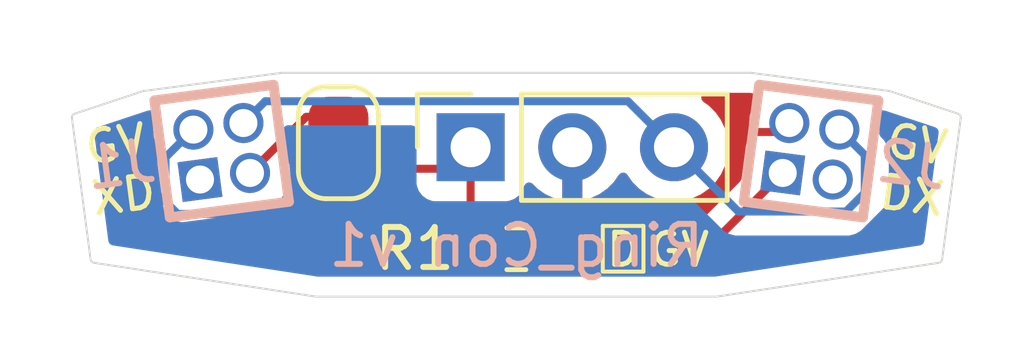
<source format=kicad_pcb>
(kicad_pcb (version 20240108) (generator "pcbnew") (generator_version "8.0")
  (layers (0 "F.Cu" signal) (31 "B.Cu" signal) (34 "B.Paste" user) (35 "F.Paste" user) (36 "B.SilkS" user "B.Silkscreen") (37 "F.SilkS" user "F.Silkscreen") (38 "B.Mask" user) (39 "F.Mask" user) (44 "Edge.Cuts" user))
  (net 0 "")
  (net 1 "/VDD")
  (net 2 "/GND")
  (net 4 "/DIN")
  (net 6 "/DOUT")
  (net 7 "/DATA")
  (footprint "Jumper:SolderJumper-2_P1.3mm_Bridged_RoundedPad1.0x1.5mm" (layer "F.Cu") (at 145.555 43.881 -90)
    (property "Reference" "JP1" (hide yes))
    (property "Value" "D")
    (fp_poly (pts (xy 0.25 -0.3) (xy -0.25 -0.3) (xy -0.25 0.3) (xy 0.25 0.3)) (fill solid) (layer "F.Cu"))
    (fp_line (start 0.7 1) (end -0.7 1) (stroke (width 0.12)) (layer "F.SilkS"))
    (fp_line (start -1.4 0.3) (end -1.4 -0.3) (stroke (width 0.12)) (layer "F.SilkS"))
    (fp_line (start 1.4 -0.3) (end 1.4 0.3) (stroke (width 0.12)) (layer "F.SilkS"))
    (fp_line (start -0.7 -1) (end 0.7 -1) (stroke (width 0.12)) (layer "F.SilkS"))
    (fp_arc (start -0.7 1) (mid -1.194975 0.794975) (end -1.4 0.3) (stroke (width 0.12)) (layer "F.SilkS"))
    (fp_arc (start 1.4 0.3) (mid 1.194975 0.794975) (end 0.7 1) (stroke (width 0.12)) (layer "F.SilkS"))
    (fp_arc (start -1.4 -0.3) (mid -1.194975 -0.794975) (end -0.7 -1) (stroke (width 0.12)) (layer "F.SilkS"))
    (fp_arc (start 0.7 -1) (mid 1.194975 -0.794975) (end 1.4 -0.3) (stroke (width 0.12)) (layer "F.SilkS"))
    (pad "1" smd custom (at -0.65 0 270) (size 1 0.5) (layers "F.Cu" "F.Mask") (net 6 "/DOUT") (options (clearance outline) (anchor rect)) (primitives (gr_circle (center 0 0.25) (end 0.5 0.25) (width 0) (fill yes)) (gr_circle (center 0 -0.25) (end 0.5 -0.25) (width 0) (fill yes)) (gr_poly (pts (xy 0.5 0.75) (xy 0 0.75) (xy 0 -0.75) (xy 0.5 -0.75)) (width 0) (fill yes))))
    (pad "2" smd custom (at 0.65 0 270) (size 1 0.5) (layers "F.Cu" "F.Mask") (net 7 "/DATA") (options (clearance outline) (anchor rect)) (primitives (gr_circle (center 0 0.25) (end 0.5 0.25) (width 0) (fill yes)) (gr_circle (center 0 -0.25) (end 0.5 -0.25) (width 0) (fill yes)) (gr_poly (pts (xy 0 0.75) (xy -0.5 0.75) (xy -0.5 -0.75) (xy 0 -0.75)) (width 0) (fill yes))))
  )
  (footprint "Resistor_SMD:R_0603_1608Metric" (layer "F.Cu") (at 150 46.533)
    (property "Reference" "R1" (at -2.54 0 0) (layer "F.SilkS"))
    (property "Value" "220")
    (fp_line (start -0.237257 -0.5225) (end 0.237257 -0.5225) (stroke (width 0.12)) (layer "F.SilkS"))
    (fp_line (start -0.237257 0.5225) (end 0.237257 0.5225) (stroke (width 0.12)) (layer "F.SilkS"))
    (pad "1" smd roundrect (at -0.825 0) (size 0.8 0.95) (layers "F.Cu" "F.Paste" "F.Mask") (net 7 "/DATA"))
    (pad "2" smd roundrect (at 0.825 0) (size 0.8 0.95) (layers "F.Cu" "F.Paste" "F.Mask") (net 4 "/DIN"))
  )
  (footprint "Connector_PinSocket_2.54mm:PinSocket_1x03_P2.54mm_Vertical" (layer "F.Cu") (at 148.857 43.993 90)
    (property "Reference" "J3" (hide yes))
    (property "Value" "Debug")
    (fp_line (start 1.33 -1.33) (end 1.33 0) (stroke (width 0.12)) (layer "F.SilkS"))
    (fp_line (start 0 -1.33) (end 1.33 -1.33) (stroke (width 0.12)) (layer "F.SilkS"))
    (fp_line (start 1.33 1.27) (end 1.33 6.41) (stroke (width 0.12)) (layer "F.SilkS"))
    (fp_line (start -1.33 1.27) (end 1.33 1.27) (stroke (width 0.12)) (layer "F.SilkS"))
    (fp_line (start -1.33 1.27) (end -1.33 6.41) (stroke (width 0.12)) (layer "F.SilkS"))
    (fp_line (start -1.33 6.41) (end 1.33 6.41) (stroke (width 0.12)) (layer "F.SilkS"))
    (pad "1" thru_hole rect (at 0 0 90) (size 1.7 1.7) (drill 1) (layers "*.Cu" "*.Mask") (net 7 "/DATA"))
    (pad "2" thru_hole oval (at 0 2.54 90) (size 1.7 1.7) (drill 1) (layers "*.Cu" "*.Mask") (net 2 "/GND"))
    (pad "3" thru_hole oval (at 0 5.08 90) (size 1.7 1.7) (drill 1) (layers "*.Cu" "*.Mask") (net 1 "/VDD"))
  )
  (footprint "Library:HDR-TH_4P-P1.27-V-F-R2-C2-S1.27" (layer "B.Cu") (at 157.360111 44.094408 82.5)
    (property "Reference" "J2" (at 0.000001 2.54 172.5) (layer "B.SilkS") (effects (justify mirror)))
    (property "Value" "Out")
    (fp_line (start -1.47 -1.5) (end -1.47 1.5) (stroke (width 0.25)) (layer "B.SilkS"))
    (fp_line (start 1.48 -1.500001) (end -1.47 -1.5) (stroke (width 0.25)) (layer "B.SilkS"))
    (fp_line (start 1.48 -1.500001) (end 1.48 1.5) (stroke (width 0.25)) (layer "B.SilkS"))
    (fp_line (start 1.48 1.5) (end -1.47 1.5) (stroke (width 0.25)) (layer "B.SilkS"))
    (pad "1" thru_hole rect (at -0.63 -0.63 82.5) (size 1 1) (drill 0.700024) (layers "*.Cu" "*.Mask") (net 4 "/DIN"))
    (pad "2" thru_hole circle (at -0.63 0.63 82.5) (size 1 1) (drill 0.700024) (layers "*.Cu" "*.Mask"))
    (pad "3" thru_hole circle (at 0.63 -0.63 82.5) (size 1 1) (drill 0.700024) (layers "*.Cu" "*.Mask") (net 2 "/GND"))
    (pad "4" thru_hole circle (at 0.63 0.63 82.5) (size 1 1) (drill 0.700024) (layers "*.Cu" "*.Mask") (net 1 "/VDD"))
  )
  (footprint "Library:HDR-TH_4P-P1.27-V-F-R2-C2-S1.27" (layer "B.Cu") (at 142.639889 44.094408 97.5)
    (property "Reference" "J1" (at 0.000001 -2.54 7.5) (layer "B.SilkS") (effects (justify mirror)))
    (property "Value" "In")
    (fp_line (start 1.48 -1.5) (end -1.47 -1.5) (stroke (width 0.25)) (layer "B.SilkS"))
    (fp_line (start 1.48 -1.5) (end 1.48 1.500001) (stroke (width 0.25)) (layer "B.SilkS"))
    (fp_line (start -1.47 -1.5) (end -1.47 1.5) (stroke (width 0.25)) (layer "B.SilkS"))
    (fp_line (start 1.48 1.500001) (end -1.47 1.5) (stroke (width 0.25)) (layer "B.SilkS"))
    (pad "1" thru_hole rect (at -0.63 -0.63 97.5) (size 1 1) (drill 0.700024) (layers "*.Cu" "*.Mask"))
    (pad "2" thru_hole circle (at -0.63 0.63 97.5) (size 1 1) (drill 0.700024) (layers "*.Cu" "*.Mask") (net 6 "/DOUT"))
    (pad "3" thru_hole circle (at 0.63 -0.63 97.5) (size 1 1) (drill 0.700024) (layers "*.Cu" "*.Mask") (net 2 "/GND"))
    (pad "4" thru_hole circle (at 0.63 0.63 97.5) (size 1 1) (drill 0.700024) (layers "*.Cu" "*.Mask") (net 1 "/VDD"))
  )
  (gr_line (start 152.159 45.9615) (end 152.159 47.1045) (stroke (width 0.1)) (layer "F.SilkS"))
  (gr_line (start 152.159 47.1045) (end 153.175 47.1045) (stroke (width 0.1)) (layer "F.SilkS"))
  (gr_line (start 153.175 47.1045) (end 153.175 45.9615) (stroke (width 0.1)) (layer "F.SilkS"))
  (gr_line (start 153.175 45.9615) (end 152.159 45.9615) (stroke (width 0.1)) (layer "F.SilkS"))
  (gr_arc (start 139.448881 46.884229) (mid 139.392529 46.855356) (end 139.364815 46.798426) (stroke (width 0.05)) (layer "Edge.Cuts"))
  (gr_arc (start 155.846948 42.130959) (mid 155.853488 42.131174) (end 155.86 42.131814) (stroke (width 0.05)) (layer "Edge.Cuts"))
  (gr_arc (start 159.314124 42.586557) (mid 159.323459 42.58824) (end 159.332592 42.590799) (stroke (width 0.05)) (layer "Edge.Cuts"))
  (gr_arc (start 145.007582 47.730958) (mid 145.000022 47.730672) (end 144.992505 47.729816) (stroke (width 0.05)) (layer "Edge.Cuts"))
  (gr_line (start 144.139999 42.131814) (end 140.685877 42.586558) (stroke (width 0.05)) (layer "Edge.Cuts"))
  (gr_arc (start 161.032965 43.155574) (mid 161.086144 43.197387) (end 161.100566 43.263498) (stroke (width 0.05)) (layer "Edge.Cuts"))
  (gr_arc (start 140.667407 42.5908) (mid 140.676542 42.588243) (end 140.685877 42.586558) (stroke (width 0.05)) (layer "Edge.Cuts"))
  (gr_line (start 144.153051 42.130959) (end 155.846948 42.130959) (stroke (width 0.05)) (layer "Edge.Cuts"))
  (gr_line (start 139.364815 46.798426) (end 138.899433 43.263498) (stroke (width 0.05)) (layer "Edge.Cuts"))
  (gr_arc (start 138.899433 43.263498) (mid 138.913836 43.197386) (end 138.967035 43.155574) (stroke (width 0.05)) (layer "Edge.Cuts"))
  (gr_line (start 145.007582 47.730958) (end 154.992417 47.730959) (stroke (width 0.05)) (layer "Edge.Cuts"))
  (gr_arc (start 144.139999 42.131814) (mid 144.146511 42.13117) (end 144.153051 42.130959) (stroke (width 0.05)) (layer "Edge.Cuts"))
  (gr_line (start 159.314124 42.586557) (end 155.86 42.131814) (stroke (width 0.05)) (layer "Edge.Cuts"))
  (gr_arc (start 155.007496 47.729815) (mid 154.999978 47.730675) (end 154.992417 47.730959) (stroke (width 0.05)) (layer "Edge.Cuts"))
  (gr_line (start 139.448881 46.884229) (end 144.992505 47.729816) (stroke (width 0.05)) (layer "Edge.Cuts"))
  (gr_line (start 138.967035 43.155574) (end 140.667407 42.5908) (stroke (width 0.05)) (layer "Edge.Cuts"))
  (gr_line (start 161.100566 43.263498) (end 160.635184 46.798425) (stroke (width 0.05)) (layer "Edge.Cuts"))
  (gr_arc (start 160.635184 46.798425) (mid 160.607482 46.855376) (end 160.551118 46.884229) (stroke (width 0.05)) (layer "Edge.Cuts"))
  (gr_line (start 155.007496 47.729815) (end 160.551118 46.884229) (stroke (width 0.05)) (layer "Edge.Cuts"))
  (gr_line (start 161.032965 43.155574) (end 159.332592 42.590799) (stroke (width 0.05)) (layer "Edge.Cuts"))
  (gr_text "Ring_Con v1" (at 150 47.041 0) (layer "B.SilkS") (effects (font (size 1 1)) (justify bottom mirror)))
  (gr_text "D" (at 152.667 46.0885 0) (layer "F.SilkS") (effects (font (size 0.8 0.8) (thickness 0.125)) (justify top)))
  (gr_text "GV\nXD" (at 139.256801 44.667895 7.5) (layer "F.SilkS") (effects (font (size 0.8 0.8) (thickness 0.125)) (justify left)))
  (gr_text "GV" (at 154.064 46.088501 0) (layer "F.SilkS") (effects (font (size 0.8 0.8) (thickness 0.125)) (justify top)))
  (gr_text "GV\nDX" (at 159.106323 44.452396 -7.5) (layer "F.SilkS") (effects (font (size 0.8 0.8) (thickness 0.125)) (justify left)))
  (segment (start 152.787 42.843) (end 153.937 43.993) (width 0.2) (layer "B.Cu") (net 1))
  (segment (start 153.937 43.993) (end 155.545249 45.601249) (width 0.2) (layer "B.Cu") (net 1))
  (segment (start 158.702489 45.13262) (end 158.702489 44.187567) (width 0.2) (layer "B.Cu") (net 1))
  (segment (start 158.23386 45.601249) (end 158.702489 45.13262) (width 0.2) (layer "B.Cu") (net 1))
  (segment (start 143.182268 43.387563) (end 143.726831 42.843) (width 0.2) (layer "B.Cu") (net 1))
  (segment (start 158.702489 44.187567) (end 158.066952 43.55203) (width 0.2) (layer "B.Cu") (net 1))
  (segment (start 143.726831 42.843) (end 152.787 42.843) (width 0.2) (layer "B.Cu") (net 1))
  (segment (start 155.545249 45.601249) (end 158.23386 45.601249) (width 0.2) (layer "B.Cu") (net 1))
  (segment (start 151.397 43.992999) (end 151.397 45.263) (width 0.2) (layer "F.Cu") (net 2))
  (segment (start 155.715 43.612) (end 156.5933 43.612) (width 0.2) (layer "F.Cu") (net 2))
  (segment (start 155.461 44.628) (end 155.461 43.866) (width 0.2) (layer "F.Cu") (net 2))
  (segment (start 151.778 45.644) (end 154.445 45.644) (width 0.2) (layer "F.Cu") (net 2))
  (segment (start 151.397 45.263) (end 151.778 45.644) (width 0.2) (layer "F.Cu") (net 2))
  (segment (start 154.445 45.644) (end 155.461 44.628) (width 0.2) (layer "F.Cu") (net 2))
  (segment (start 155.461 43.866) (end 155.715 43.612) (width 0.2) (layer "F.Cu") (net 2))
  (segment (start 141.236524 45.355977) (end 141.542786 45.662239) (width 0.2) (layer "B.Cu") (net 2))
  (segment (start 151.124761 45.662239) (end 151.397 45.39) (width 0.2) (layer "B.Cu") (net 2))
  (segment (start 141.236524 44.246529) (end 141.236524 45.355977) (width 0.2) (layer "B.Cu") (net 2))
  (segment (start 141.542786 45.662239) (end 151.124761 45.662239) (width 0.2) (layer "B.Cu") (net 2))
  (segment (start 151.397 45.39) (end 151.397 43.992999) (width 0.2) (layer "B.Cu") (net 2))
  (segment (start 141.931024 43.552029) (end 141.236524 44.246529) (width 0.2) (layer "B.Cu") (net 2))
  (segment (start 150.825 46.533) (end 154.757056 46.533) (width 0.2) (layer "F.Cu") (net 4))
  (segment (start 154.757056 46.533) (end 156.65327 44.636786) (width 0.2) (layer "F.Cu") (net 4))
  (segment (start 143.346734 44.636787) (end 144.752521 43.231) (width 0.2) (layer "F.Cu") (net 6))
  (segment (start 144.752521 43.231) (end 145.555 43.231) (width 0.2) (layer "F.Cu") (net 6))
  (segment (start 148.857 43.993) (end 148.857 46.215) (width 0.2) (layer "F.Cu") (net 7))
  (segment (start 145.555 44.531) (end 148.319 44.531) (width 0.2) (layer "F.Cu") (net 7))
  (segment (start 148.857 46.215) (end 149.175 46.533) (width 0.2) (layer "F.Cu") (net 7))
  (zone (net 2) (net_name "/GND") (layers "F&B.Cu") (connect_pads (clearance 0.5)) (min_thickness 0.25) (fill yes (thermal_gap 0.5) (thermal_bridge_width 0.5))
    (polygon (pts (xy 137.3 40.31) (xy 137.3 47.930001) (xy 162.7 47.929999) (xy 162.7 40.31)))
  )
)
</source>
